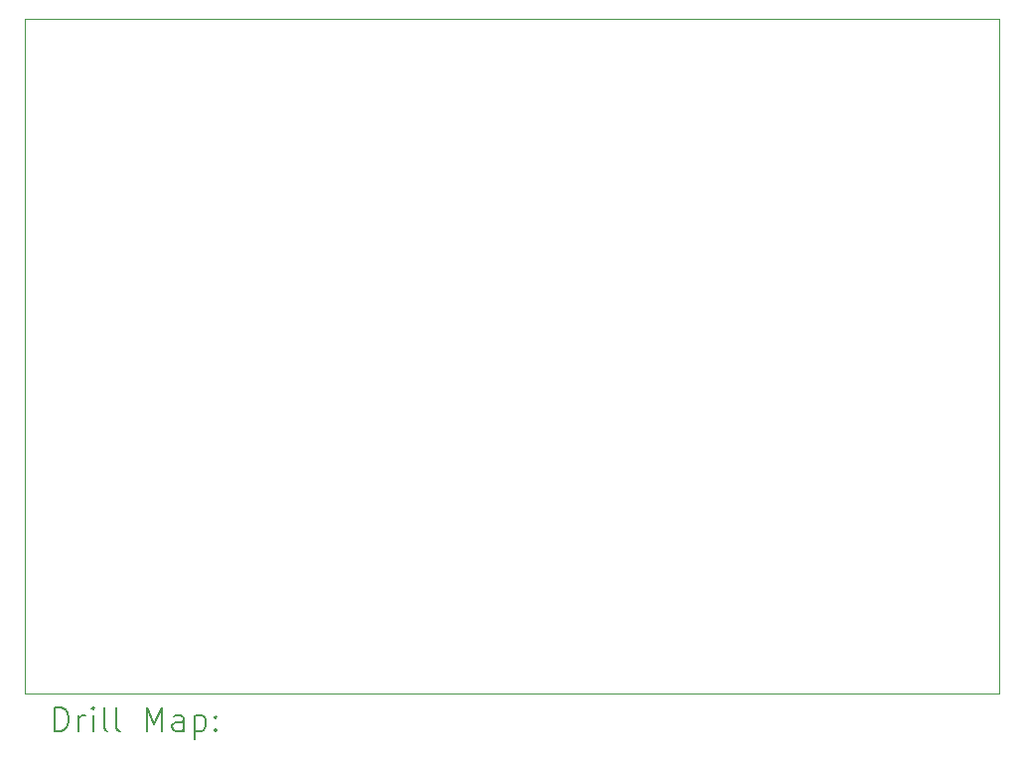
<source format=gbr>
%TF.GenerationSoftware,KiCad,Pcbnew,8.0.3*%
%TF.CreationDate,2024-07-30T18:50:14+02:00*%
%TF.ProjectId,CODEC Dev Board,434f4445-4320-4446-9576-20426f617264,rev?*%
%TF.SameCoordinates,Original*%
%TF.FileFunction,Drillmap*%
%TF.FilePolarity,Positive*%
%FSLAX45Y45*%
G04 Gerber Fmt 4.5, Leading zero omitted, Abs format (unit mm)*
G04 Created by KiCad (PCBNEW 8.0.3) date 2024-07-30 18:50:14*
%MOMM*%
%LPD*%
G01*
G04 APERTURE LIST*
%ADD10C,0.100000*%
%ADD11C,0.200000*%
G04 APERTURE END LIST*
D10*
X8890000Y-7762900D02*
X17195800Y-7762900D01*
X17195800Y-13525500D01*
X8890000Y-13525500D01*
X8890000Y-7762900D01*
D11*
X9145777Y-13841984D02*
X9145777Y-13641984D01*
X9145777Y-13641984D02*
X9193396Y-13641984D01*
X9193396Y-13641984D02*
X9221967Y-13651508D01*
X9221967Y-13651508D02*
X9241015Y-13670555D01*
X9241015Y-13670555D02*
X9250539Y-13689603D01*
X9250539Y-13689603D02*
X9260063Y-13727698D01*
X9260063Y-13727698D02*
X9260063Y-13756269D01*
X9260063Y-13756269D02*
X9250539Y-13794365D01*
X9250539Y-13794365D02*
X9241015Y-13813412D01*
X9241015Y-13813412D02*
X9221967Y-13832460D01*
X9221967Y-13832460D02*
X9193396Y-13841984D01*
X9193396Y-13841984D02*
X9145777Y-13841984D01*
X9345777Y-13841984D02*
X9345777Y-13708650D01*
X9345777Y-13746746D02*
X9355301Y-13727698D01*
X9355301Y-13727698D02*
X9364824Y-13718174D01*
X9364824Y-13718174D02*
X9383872Y-13708650D01*
X9383872Y-13708650D02*
X9402920Y-13708650D01*
X9469586Y-13841984D02*
X9469586Y-13708650D01*
X9469586Y-13641984D02*
X9460063Y-13651508D01*
X9460063Y-13651508D02*
X9469586Y-13661031D01*
X9469586Y-13661031D02*
X9479110Y-13651508D01*
X9479110Y-13651508D02*
X9469586Y-13641984D01*
X9469586Y-13641984D02*
X9469586Y-13661031D01*
X9593396Y-13841984D02*
X9574348Y-13832460D01*
X9574348Y-13832460D02*
X9564824Y-13813412D01*
X9564824Y-13813412D02*
X9564824Y-13641984D01*
X9698158Y-13841984D02*
X9679110Y-13832460D01*
X9679110Y-13832460D02*
X9669586Y-13813412D01*
X9669586Y-13813412D02*
X9669586Y-13641984D01*
X9926729Y-13841984D02*
X9926729Y-13641984D01*
X9926729Y-13641984D02*
X9993396Y-13784841D01*
X9993396Y-13784841D02*
X10060063Y-13641984D01*
X10060063Y-13641984D02*
X10060063Y-13841984D01*
X10241015Y-13841984D02*
X10241015Y-13737222D01*
X10241015Y-13737222D02*
X10231491Y-13718174D01*
X10231491Y-13718174D02*
X10212444Y-13708650D01*
X10212444Y-13708650D02*
X10174348Y-13708650D01*
X10174348Y-13708650D02*
X10155301Y-13718174D01*
X10241015Y-13832460D02*
X10221967Y-13841984D01*
X10221967Y-13841984D02*
X10174348Y-13841984D01*
X10174348Y-13841984D02*
X10155301Y-13832460D01*
X10155301Y-13832460D02*
X10145777Y-13813412D01*
X10145777Y-13813412D02*
X10145777Y-13794365D01*
X10145777Y-13794365D02*
X10155301Y-13775317D01*
X10155301Y-13775317D02*
X10174348Y-13765793D01*
X10174348Y-13765793D02*
X10221967Y-13765793D01*
X10221967Y-13765793D02*
X10241015Y-13756269D01*
X10336253Y-13708650D02*
X10336253Y-13908650D01*
X10336253Y-13718174D02*
X10355301Y-13708650D01*
X10355301Y-13708650D02*
X10393396Y-13708650D01*
X10393396Y-13708650D02*
X10412444Y-13718174D01*
X10412444Y-13718174D02*
X10421967Y-13727698D01*
X10421967Y-13727698D02*
X10431491Y-13746746D01*
X10431491Y-13746746D02*
X10431491Y-13803888D01*
X10431491Y-13803888D02*
X10421967Y-13822936D01*
X10421967Y-13822936D02*
X10412444Y-13832460D01*
X10412444Y-13832460D02*
X10393396Y-13841984D01*
X10393396Y-13841984D02*
X10355301Y-13841984D01*
X10355301Y-13841984D02*
X10336253Y-13832460D01*
X10517205Y-13822936D02*
X10526729Y-13832460D01*
X10526729Y-13832460D02*
X10517205Y-13841984D01*
X10517205Y-13841984D02*
X10507682Y-13832460D01*
X10507682Y-13832460D02*
X10517205Y-13822936D01*
X10517205Y-13822936D02*
X10517205Y-13841984D01*
X10517205Y-13718174D02*
X10526729Y-13727698D01*
X10526729Y-13727698D02*
X10517205Y-13737222D01*
X10517205Y-13737222D02*
X10507682Y-13727698D01*
X10507682Y-13727698D02*
X10517205Y-13718174D01*
X10517205Y-13718174D02*
X10517205Y-13737222D01*
M02*

</source>
